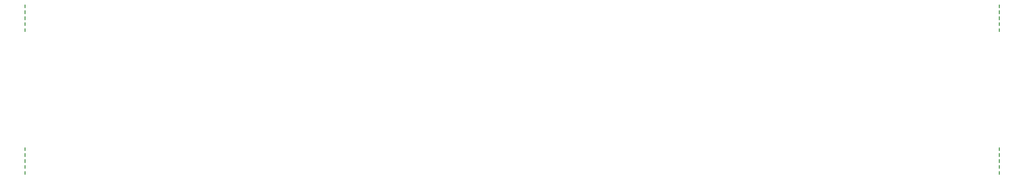
<source format=gbo>
G04 #@! TF.GenerationSoftware,KiCad,Pcbnew,(5.1.2-1)-1*
G04 #@! TF.CreationDate,2020-07-25T23:53:14-05:00*
G04 #@! TF.ProjectId,Dori_bottom_plate,446f7269-5f62-46f7-9474-6f6d5f706c61,rev?*
G04 #@! TF.SameCoordinates,Original*
G04 #@! TF.FileFunction,Legend,Bot*
G04 #@! TF.FilePolarity,Positive*
%FSLAX46Y46*%
G04 Gerber Fmt 4.6, Leading zero omitted, Abs format (unit mm)*
G04 Created by KiCad (PCBNEW (5.1.2-1)-1) date 2020-07-25 23:53:14*
%MOMM*%
%LPD*%
G04 APERTURE LIST*
%ADD10C,0.250000*%
%ADD11C,3.602000*%
%ADD12C,0.902000*%
G04 APERTURE END LIST*
D10*
X374650000Y-64690625D02*
X374650000Y-65484375D01*
X374650000Y-63103125D02*
X374650000Y-63896875D01*
X374650000Y-61515625D02*
X374650000Y-62309375D01*
X374650000Y-59928125D02*
X374650000Y-60721875D01*
X374650000Y-58340625D02*
X374650000Y-59134375D01*
X374650000Y-102790625D02*
X374650000Y-103584375D01*
X374650000Y-101203125D02*
X374650000Y-101996875D01*
X374650000Y-99615625D02*
X374650000Y-100409375D01*
X374650000Y-98028125D02*
X374650000Y-98821875D01*
X374650000Y-96440625D02*
X374650000Y-97234375D01*
X115887500Y-102790625D02*
X115887500Y-103584375D01*
X115887500Y-101203125D02*
X115887500Y-101996875D01*
X115887500Y-99615625D02*
X115887500Y-100409375D01*
X115887500Y-98028125D02*
X115887500Y-98821875D01*
X115887500Y-96440625D02*
X115887500Y-97234375D01*
X115887500Y-64690625D02*
X115887500Y-65484375D01*
X115887500Y-63103125D02*
X115887500Y-63896875D01*
X115887500Y-61515625D02*
X115887500Y-62309375D01*
X115887500Y-59928125D02*
X115887500Y-60721875D01*
X115887500Y-58340625D02*
X115887500Y-59134375D01*
%LPC*%
D11*
X380206250Y-100012500D03*
X380206250Y-61912500D03*
D12*
X373459375Y-61912500D03*
X373459375Y-60388500D03*
X373459375Y-58864500D03*
X373459375Y-63690500D03*
X373459375Y-65214500D03*
X373459375Y-100012500D03*
X373459375Y-98488500D03*
X373459375Y-96964500D03*
X373459375Y-101536500D03*
X373459375Y-103060500D03*
X278606250Y-43259375D03*
X280130250Y-43259375D03*
X281654250Y-43259375D03*
X277082250Y-43259375D03*
X275558250Y-43259375D03*
X354806250Y-43259375D03*
X356330250Y-43259375D03*
X357854250Y-43259375D03*
X353282250Y-43259375D03*
X351758250Y-43259375D03*
X135731250Y-43259375D03*
X137255250Y-43259375D03*
X138779250Y-43259375D03*
X134207250Y-43259375D03*
X132683250Y-43259375D03*
X211931250Y-43259375D03*
X213455250Y-43259375D03*
X214979250Y-43259375D03*
X210407250Y-43259375D03*
X208883250Y-43259375D03*
X193675000Y-118665625D03*
X195199000Y-118665625D03*
X196723000Y-118665625D03*
X192151000Y-118665625D03*
X190627000Y-118665625D03*
X135731250Y-118665625D03*
X137255250Y-118665625D03*
X138779250Y-118665625D03*
X134207250Y-118665625D03*
X132683250Y-118665625D03*
X296862500Y-118665625D03*
X298386500Y-118665625D03*
X299910500Y-118665625D03*
X295338500Y-118665625D03*
X293814500Y-118665625D03*
X354806250Y-118665625D03*
X356330250Y-118665625D03*
X357854250Y-118665625D03*
X353282250Y-118665625D03*
X351758250Y-118665625D03*
X117006250Y-61912500D03*
X117006250Y-60515500D03*
X117006250Y-59118500D03*
X117006250Y-63309500D03*
X117006250Y-64706500D03*
D11*
X110331250Y-100012500D03*
X354806250Y-61912500D03*
X221853125Y-105171875D03*
D12*
X117005893Y-100012500D03*
X117005893Y-98615500D03*
X117005893Y-97218500D03*
X117005893Y-101409500D03*
X117005893Y-102806500D03*
D11*
X135731250Y-61912500D03*
X211931250Y-61940000D03*
X135731250Y-100012500D03*
X278606250Y-61912500D03*
X268684375Y-105171875D03*
X354806250Y-100012500D03*
X110331250Y-61912500D03*
M02*

</source>
